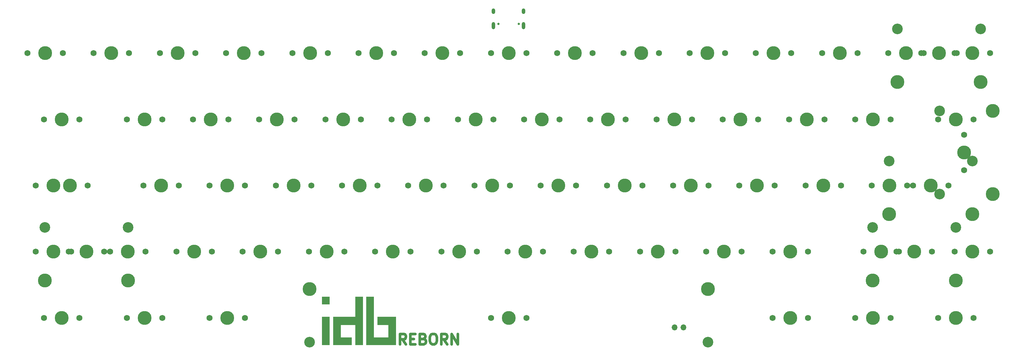
<source format=gts>
G04 #@! TF.GenerationSoftware,KiCad,Pcbnew,(5.99.0-12639-gf606679164)*
G04 #@! TF.CreationDate,2021-10-23T17:35:33+02:00*
G04 #@! TF.ProjectId,IDB_reborn,4944425f-7265-4626-9f72-6e2e6b696361,rev?*
G04 #@! TF.SameCoordinates,Original*
G04 #@! TF.FileFunction,Soldermask,Top*
G04 #@! TF.FilePolarity,Negative*
%FSLAX46Y46*%
G04 Gerber Fmt 4.6, Leading zero omitted, Abs format (unit mm)*
G04 Created by KiCad (PCBNEW (5.99.0-12639-gf606679164)) date 2021-10-23 17:35:33*
%MOMM*%
%LPD*%
G01*
G04 APERTURE LIST*
%ADD10C,0.750000*%
%ADD11C,0.010000*%
%ADD12C,1.750000*%
%ADD13C,3.987800*%
%ADD14C,3.048000*%
%ADD15O,1.700000X1.700000*%
%ADD16C,0.650000*%
%ADD17O,1.000000X2.100000*%
%ADD18O,1.000000X1.600000*%
G04 APERTURE END LIST*
D10*
X103471571Y-185096392D02*
X102471571Y-183667821D01*
X101757285Y-185096392D02*
X101757285Y-182096392D01*
X102900142Y-182096392D01*
X103185857Y-182239250D01*
X103328714Y-182382107D01*
X103471571Y-182667821D01*
X103471571Y-183096392D01*
X103328714Y-183382107D01*
X103185857Y-183524964D01*
X102900142Y-183667821D01*
X101757285Y-183667821D01*
X104757285Y-183524964D02*
X105757285Y-183524964D01*
X106185857Y-185096392D02*
X104757285Y-185096392D01*
X104757285Y-182096392D01*
X106185857Y-182096392D01*
X108471571Y-183524964D02*
X108900142Y-183667821D01*
X109043000Y-183810678D01*
X109185857Y-184096392D01*
X109185857Y-184524964D01*
X109043000Y-184810678D01*
X108900142Y-184953535D01*
X108614428Y-185096392D01*
X107471571Y-185096392D01*
X107471571Y-182096392D01*
X108471571Y-182096392D01*
X108757285Y-182239250D01*
X108900142Y-182382107D01*
X109043000Y-182667821D01*
X109043000Y-182953535D01*
X108900142Y-183239250D01*
X108757285Y-183382107D01*
X108471571Y-183524964D01*
X107471571Y-183524964D01*
X111043000Y-182096392D02*
X111614428Y-182096392D01*
X111900142Y-182239250D01*
X112185857Y-182524964D01*
X112328714Y-183096392D01*
X112328714Y-184096392D01*
X112185857Y-184667821D01*
X111900142Y-184953535D01*
X111614428Y-185096392D01*
X111043000Y-185096392D01*
X110757285Y-184953535D01*
X110471571Y-184667821D01*
X110328714Y-184096392D01*
X110328714Y-183096392D01*
X110471571Y-182524964D01*
X110757285Y-182239250D01*
X111043000Y-182096392D01*
X115328714Y-185096392D02*
X114328714Y-183667821D01*
X113614428Y-185096392D02*
X113614428Y-182096392D01*
X114757285Y-182096392D01*
X115043000Y-182239250D01*
X115185857Y-182382107D01*
X115328714Y-182667821D01*
X115328714Y-183096392D01*
X115185857Y-183382107D01*
X115043000Y-183524964D01*
X114757285Y-183667821D01*
X113614428Y-183667821D01*
X116614428Y-185096392D02*
X116614428Y-182096392D01*
X118328714Y-185096392D01*
X118328714Y-182096392D01*
D11*
X81576333Y-173582583D02*
X79459667Y-173582583D01*
X79459667Y-173582583D02*
X79459667Y-171465917D01*
X79459667Y-171465917D02*
X81576333Y-171465917D01*
X81576333Y-171465917D02*
X81576333Y-173582583D01*
X81576333Y-173582583D02*
X81576333Y-173582583D01*
G36*
X81576333Y-173582583D02*
G01*
X79459667Y-173582583D01*
X79459667Y-171465917D01*
X81576333Y-171465917D01*
X81576333Y-173582583D01*
G37*
X81576333Y-173582583D02*
X79459667Y-173582583D01*
X79459667Y-171465917D01*
X81576333Y-171465917D01*
X81576333Y-173582583D01*
X81576333Y-185224250D02*
X79459667Y-185224250D01*
X79459667Y-185224250D02*
X79459667Y-177180917D01*
X79459667Y-177180917D02*
X81576333Y-177180917D01*
X81576333Y-177180917D02*
X81576333Y-185224250D01*
X81576333Y-185224250D02*
X81576333Y-185224250D01*
G36*
X81576333Y-185224250D02*
G01*
X79459667Y-185224250D01*
X79459667Y-177180917D01*
X81576333Y-177180917D01*
X81576333Y-185224250D01*
G37*
X81576333Y-185224250D02*
X79459667Y-185224250D01*
X79459667Y-177180917D01*
X81576333Y-177180917D01*
X81576333Y-185224250D01*
X91101333Y-185224250D02*
X88984667Y-185224250D01*
X88984667Y-185224250D02*
X88984667Y-179509250D01*
X88984667Y-179509250D02*
X84751333Y-179509250D01*
X84751333Y-179509250D02*
X84751333Y-183107583D01*
X84751333Y-183107583D02*
X87926333Y-183107583D01*
X87926333Y-183107583D02*
X87926333Y-185224250D01*
X87926333Y-185224250D02*
X82634667Y-185224250D01*
X82634667Y-185224250D02*
X82634667Y-177180917D01*
X82634667Y-177180917D02*
X88984667Y-177180917D01*
X88984667Y-177180917D02*
X88984667Y-171465917D01*
X88984667Y-171465917D02*
X91101333Y-171465917D01*
X91101333Y-171465917D02*
X91101333Y-185224250D01*
X91101333Y-185224250D02*
X91101333Y-185224250D01*
G36*
X91101333Y-185224250D02*
G01*
X88984667Y-185224250D01*
X88984667Y-179509250D01*
X84751333Y-179509250D01*
X84751333Y-183107583D01*
X87926333Y-183107583D01*
X87926333Y-185224250D01*
X82634667Y-185224250D01*
X82634667Y-177180917D01*
X88984667Y-177180917D01*
X88984667Y-171465917D01*
X91101333Y-171465917D01*
X91101333Y-185224250D01*
G37*
X91101333Y-185224250D02*
X88984667Y-185224250D01*
X88984667Y-179509250D01*
X84751333Y-179509250D01*
X84751333Y-183107583D01*
X87926333Y-183107583D01*
X87926333Y-185224250D01*
X82634667Y-185224250D01*
X82634667Y-177180917D01*
X88984667Y-177180917D01*
X88984667Y-171465917D01*
X91101333Y-171465917D01*
X91101333Y-185224250D01*
X94276333Y-183107583D02*
X98509667Y-183107583D01*
X98509667Y-183107583D02*
X98509667Y-179509250D01*
X98509667Y-179509250D02*
X95334667Y-179509250D01*
X95334667Y-179509250D02*
X95334667Y-177180917D01*
X95334667Y-177180917D02*
X100626333Y-177180917D01*
X100626333Y-177180917D02*
X100626333Y-185224250D01*
X100626333Y-185224250D02*
X92159667Y-185224250D01*
X92159667Y-185224250D02*
X92159667Y-171465917D01*
X92159667Y-171465917D02*
X94276333Y-171465917D01*
X94276333Y-171465917D02*
X94276333Y-183107583D01*
X94276333Y-183107583D02*
X94276333Y-183107583D01*
G36*
X94276333Y-183107583D02*
G01*
X98509667Y-183107583D01*
X98509667Y-179509250D01*
X95334667Y-179509250D01*
X95334667Y-177180917D01*
X100626333Y-177180917D01*
X100626333Y-185224250D01*
X92159667Y-185224250D01*
X92159667Y-171465917D01*
X94276333Y-171465917D01*
X94276333Y-183107583D01*
G37*
X94276333Y-183107583D02*
X98509667Y-183107583D01*
X98509667Y-179509250D01*
X95334667Y-179509250D01*
X95334667Y-177180917D01*
X100626333Y-177180917D01*
X100626333Y-185224250D01*
X92159667Y-185224250D01*
X92159667Y-171465917D01*
X94276333Y-171465917D01*
X94276333Y-183107583D01*
D12*
X-5080000Y-101531250D03*
D13*
X0Y-101531250D03*
D12*
X5080000Y-101531250D03*
D13*
X19000000Y-101531250D03*
D12*
X13920000Y-101531250D03*
X24080000Y-101531250D03*
X32920000Y-101531250D03*
X43080000Y-101531250D03*
D13*
X38000000Y-101531250D03*
D12*
X51920000Y-101531250D03*
X62080000Y-101531250D03*
D13*
X57000000Y-101531250D03*
X76000000Y-101531250D03*
D12*
X81080000Y-101531250D03*
X70920000Y-101531250D03*
X100080000Y-101531250D03*
X89920000Y-101531250D03*
D13*
X95000000Y-101531250D03*
D12*
X108920000Y-101531250D03*
X119080000Y-101531250D03*
D13*
X114000000Y-101531250D03*
X152000000Y-101531250D03*
D12*
X157080000Y-101531250D03*
X146920000Y-101531250D03*
X165920000Y-101531250D03*
D13*
X171000000Y-101531250D03*
D12*
X176080000Y-101531250D03*
X184920000Y-101531250D03*
D13*
X190000000Y-101531250D03*
D12*
X195080000Y-101531250D03*
D13*
X209000000Y-101531250D03*
D12*
X214080000Y-101531250D03*
X203920000Y-101531250D03*
D13*
X228000000Y-101531250D03*
D12*
X233080000Y-101531250D03*
X222920000Y-101531250D03*
D13*
X244562000Y-109786250D03*
X256500000Y-101531250D03*
D12*
X251420000Y-101531250D03*
D13*
X268438000Y-109786250D03*
D14*
X244562000Y-94546250D03*
D12*
X261580000Y-101531250D03*
D14*
X268438000Y-94546250D03*
D12*
X9830000Y-120531250D03*
X-330000Y-120531250D03*
D13*
X4750000Y-120531250D03*
D12*
X33580000Y-120531250D03*
X23420000Y-120531250D03*
D13*
X28500000Y-120531250D03*
X47500000Y-120531250D03*
D12*
X42420000Y-120531250D03*
X52580000Y-120531250D03*
X61420000Y-120531250D03*
D13*
X66500000Y-120531250D03*
D12*
X71580000Y-120531250D03*
D13*
X85500000Y-120531250D03*
D12*
X80420000Y-120531250D03*
X90580000Y-120531250D03*
D13*
X104500000Y-120531250D03*
D12*
X99420000Y-120531250D03*
X109580000Y-120531250D03*
X128580000Y-120531250D03*
D13*
X123500000Y-120531250D03*
D12*
X118420000Y-120531250D03*
X147580000Y-120531250D03*
D13*
X142500000Y-120531250D03*
D12*
X137420000Y-120531250D03*
X166580000Y-120531250D03*
D13*
X161500000Y-120531250D03*
D12*
X156420000Y-120531250D03*
D13*
X180500000Y-120531250D03*
D12*
X185580000Y-120531250D03*
X175420000Y-120531250D03*
X204580000Y-120531250D03*
D13*
X199500000Y-120531250D03*
D12*
X194420000Y-120531250D03*
D13*
X218500000Y-120531250D03*
D12*
X223580000Y-120531250D03*
X213420000Y-120531250D03*
X242580000Y-120531250D03*
X232420000Y-120531250D03*
D13*
X237500000Y-120531250D03*
X261250000Y-120531250D03*
D12*
X266330000Y-120531250D03*
X256170000Y-120531250D03*
D13*
X7125000Y-139531250D03*
D12*
X12205000Y-139531250D03*
X2045000Y-139531250D03*
X47170000Y-139531250D03*
D13*
X52250000Y-139531250D03*
D12*
X57330000Y-139531250D03*
X66170000Y-139531250D03*
X76330000Y-139531250D03*
D13*
X71250000Y-139531250D03*
D12*
X85170000Y-139531250D03*
D13*
X90250000Y-139531250D03*
D12*
X95330000Y-139531250D03*
X104170000Y-139531250D03*
X114330000Y-139531250D03*
D13*
X109250000Y-139531250D03*
D12*
X133330000Y-139531250D03*
D13*
X128250000Y-139531250D03*
D12*
X123170000Y-139531250D03*
X171330000Y-139531250D03*
X161170000Y-139531250D03*
D13*
X166250000Y-139531250D03*
D12*
X190330000Y-139531250D03*
D13*
X185250000Y-139531250D03*
D12*
X180170000Y-139531250D03*
X199170000Y-139531250D03*
D13*
X204250000Y-139531250D03*
D12*
X209330000Y-139531250D03*
X218170000Y-139531250D03*
D13*
X223250000Y-139531250D03*
D12*
X228330000Y-139531250D03*
X247330000Y-139531250D03*
D13*
X242250000Y-139531250D03*
D12*
X237170000Y-139531250D03*
X7455000Y-158531250D03*
D13*
X2375000Y-158531250D03*
D12*
X-2705000Y-158531250D03*
X18670000Y-158531250D03*
X28830000Y-158531250D03*
D13*
X23750000Y-158531250D03*
X42750000Y-158531250D03*
D12*
X37670000Y-158531250D03*
X47830000Y-158531250D03*
X56670000Y-158531250D03*
X66830000Y-158531250D03*
D13*
X61750000Y-158531250D03*
D12*
X85830000Y-158531250D03*
D13*
X80750000Y-158531250D03*
D12*
X75670000Y-158531250D03*
X104830000Y-158531250D03*
D13*
X99750000Y-158531250D03*
D12*
X94670000Y-158531250D03*
D13*
X118750000Y-158531250D03*
D12*
X113670000Y-158531250D03*
X123830000Y-158531250D03*
X142830000Y-158531250D03*
X132670000Y-158531250D03*
D13*
X137750000Y-158531250D03*
X175750000Y-158531250D03*
D12*
X170670000Y-158531250D03*
X180830000Y-158531250D03*
D13*
X194750000Y-158531250D03*
D12*
X189670000Y-158531250D03*
X199830000Y-158531250D03*
D13*
X213750000Y-158531250D03*
D12*
X208670000Y-158531250D03*
X218830000Y-158531250D03*
X244955000Y-158531250D03*
X234795000Y-158531250D03*
D13*
X239875000Y-158531250D03*
X4750000Y-177531250D03*
D12*
X9830000Y-177531250D03*
X-330000Y-177531250D03*
X23420000Y-177531250D03*
D13*
X28500000Y-177531250D03*
D12*
X33580000Y-177531250D03*
D13*
X52250000Y-177531250D03*
D12*
X57330000Y-177531250D03*
X47170000Y-177531250D03*
X138080000Y-177531250D03*
D14*
X190150000Y-184516250D03*
D13*
X133000000Y-177531250D03*
D12*
X127920000Y-177531250D03*
D14*
X75850000Y-184516250D03*
D13*
X190150000Y-169276250D03*
X75850000Y-169276250D03*
X213750000Y-177531250D03*
D12*
X208670000Y-177531250D03*
X218830000Y-177531250D03*
X232420000Y-177531250D03*
D13*
X237500000Y-177531250D03*
D12*
X242580000Y-177531250D03*
X266330000Y-177531250D03*
X256170000Y-177531250D03*
D13*
X261250000Y-177531250D03*
D12*
X241920000Y-101531250D03*
D13*
X247000000Y-101531250D03*
D12*
X252080000Y-101531250D03*
D13*
X271880000Y-118093250D03*
D12*
X263625000Y-135111250D03*
D13*
X263625000Y-130031250D03*
D14*
X256640000Y-118093250D03*
D12*
X263625000Y-124951250D03*
D14*
X256640000Y-141969250D03*
D13*
X271880000Y-141969250D03*
D12*
X-2705000Y-139531250D03*
D13*
X2375000Y-139531250D03*
D12*
X7455000Y-139531250D03*
D14*
X23813000Y-151546250D03*
D12*
X16955000Y-158531250D03*
D13*
X23813000Y-166786250D03*
D12*
X6795000Y-158531250D03*
D13*
X-63000Y-166786250D03*
D14*
X-63000Y-151546250D03*
D13*
X11875000Y-158531250D03*
D14*
X237437000Y-151546250D03*
D13*
X249375000Y-158531250D03*
D14*
X261313000Y-151546250D03*
D13*
X261313000Y-166786250D03*
X237437000Y-166786250D03*
D12*
X254455000Y-158531250D03*
X244295000Y-158531250D03*
X260920000Y-101531250D03*
X271080000Y-101531250D03*
D13*
X266000000Y-101531250D03*
D12*
X142170000Y-139531250D03*
D13*
X147250000Y-139531250D03*
D12*
X152330000Y-139531250D03*
X38330000Y-139531250D03*
X28170000Y-139531250D03*
D13*
X33250000Y-139531250D03*
D12*
X271080000Y-158531250D03*
D13*
X266000000Y-158531250D03*
D12*
X260920000Y-158531250D03*
X161830000Y-158531250D03*
D13*
X156750000Y-158531250D03*
D12*
X151670000Y-158531250D03*
D13*
X242187000Y-147786250D03*
X266063000Y-147786250D03*
D12*
X249045000Y-139531250D03*
D14*
X242187000Y-132546250D03*
X266063000Y-132546250D03*
D13*
X254125000Y-139531250D03*
D12*
X259205000Y-139531250D03*
D15*
X180594000Y-180271250D03*
X183134000Y-180271250D03*
D12*
X138080560Y-101527200D03*
D13*
X133000560Y-101527200D03*
D12*
X127920560Y-101527200D03*
D16*
X130079000Y-93118000D03*
X135859000Y-93118000D03*
D17*
X137289000Y-93648000D03*
D18*
X137289000Y-89468000D03*
D17*
X128649000Y-93648000D03*
D18*
X128649000Y-89468000D03*
M02*

</source>
